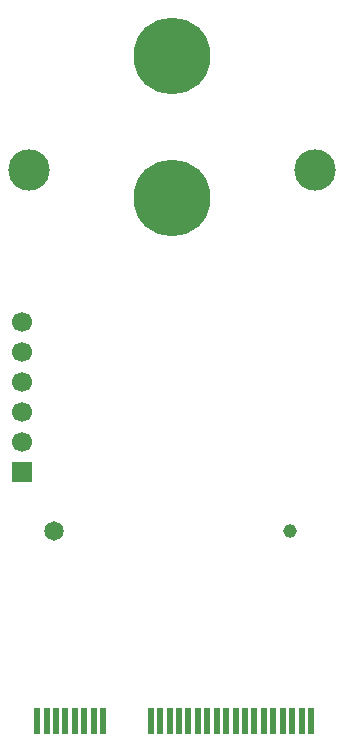
<source format=gbr>
%TF.GenerationSoftware,KiCad,Pcbnew,9.0.0*%
%TF.CreationDate,2025-03-01T15:32:50-05:00*%
%TF.ProjectId,mPCIE-to-M_2_E-Key,6d504349-452d-4746-9f2d-4d5f325f452d,rev?*%
%TF.SameCoordinates,Original*%
%TF.FileFunction,Soldermask,Bot*%
%TF.FilePolarity,Negative*%
%FSLAX46Y46*%
G04 Gerber Fmt 4.6, Leading zero omitted, Abs format (unit mm)*
G04 Created by KiCad (PCBNEW 9.0.0) date 2025-03-01 15:32:50*
%MOMM*%
%LPD*%
G01*
G04 APERTURE LIST*
%ADD10C,1.150000*%
%ADD11C,1.650000*%
%ADD12R,1.700000X1.700000*%
%ADD13C,1.700000*%
%ADD14C,6.500000*%
%ADD15C,3.500000*%
%ADD16R,0.600000X2.300000*%
G04 APERTURE END LIST*
D10*
%TO.C,J2*%
X143850000Y-112500000D03*
D11*
X123850000Y-112500000D03*
%TD*%
D12*
%TO.C,J3*%
X121200000Y-107450000D03*
D13*
X121200000Y-104910000D03*
X121200000Y-102370000D03*
X121200000Y-99830000D03*
X121200000Y-97290000D03*
X121200000Y-94750000D03*
%TD*%
D14*
%TO.C,H3*%
X133850000Y-84250000D03*
%TD*%
D15*
%TO.C,H2*%
X121750000Y-81950000D03*
%TD*%
D14*
%TO.C,H4*%
X133850000Y-72250000D03*
%TD*%
D16*
%TO.C,J1*%
X122450000Y-128600000D03*
X123250000Y-128600000D03*
X124050000Y-128600000D03*
X124850000Y-128600000D03*
X125650000Y-128600000D03*
X126450000Y-128600000D03*
X127250000Y-128600000D03*
X128050000Y-128600000D03*
X132050000Y-128600000D03*
X132850000Y-128600000D03*
X133700000Y-128600000D03*
X134450000Y-128600000D03*
X135250000Y-128600000D03*
X136050000Y-128600000D03*
X136850000Y-128600000D03*
X137650000Y-128600000D03*
X138450000Y-128600000D03*
X139250000Y-128600000D03*
X140050000Y-128600000D03*
X140850000Y-128600000D03*
X141650000Y-128600000D03*
X142450000Y-128600000D03*
X143250000Y-128600000D03*
X144050000Y-128600000D03*
X144850000Y-128600000D03*
X145650000Y-128600000D03*
%TD*%
D15*
%TO.C,H1*%
X145950000Y-81950000D03*
%TD*%
M02*

</source>
